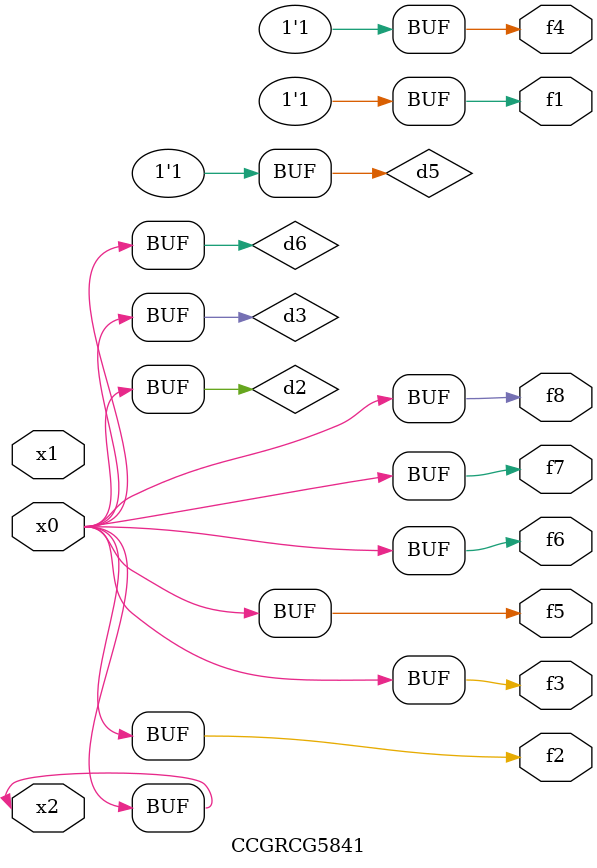
<source format=v>
module CCGRCG5841(
	input x0, x1, x2,
	output f1, f2, f3, f4, f5, f6, f7, f8
);

	wire d1, d2, d3, d4, d5, d6;

	xnor (d1, x2);
	buf (d2, x0, x2);
	and (d3, x0);
	xnor (d4, x1, x2);
	nand (d5, d1, d3);
	buf (d6, d2, d3);
	assign f1 = d5;
	assign f2 = d6;
	assign f3 = d6;
	assign f4 = d5;
	assign f5 = d6;
	assign f6 = d6;
	assign f7 = d6;
	assign f8 = d6;
endmodule

</source>
